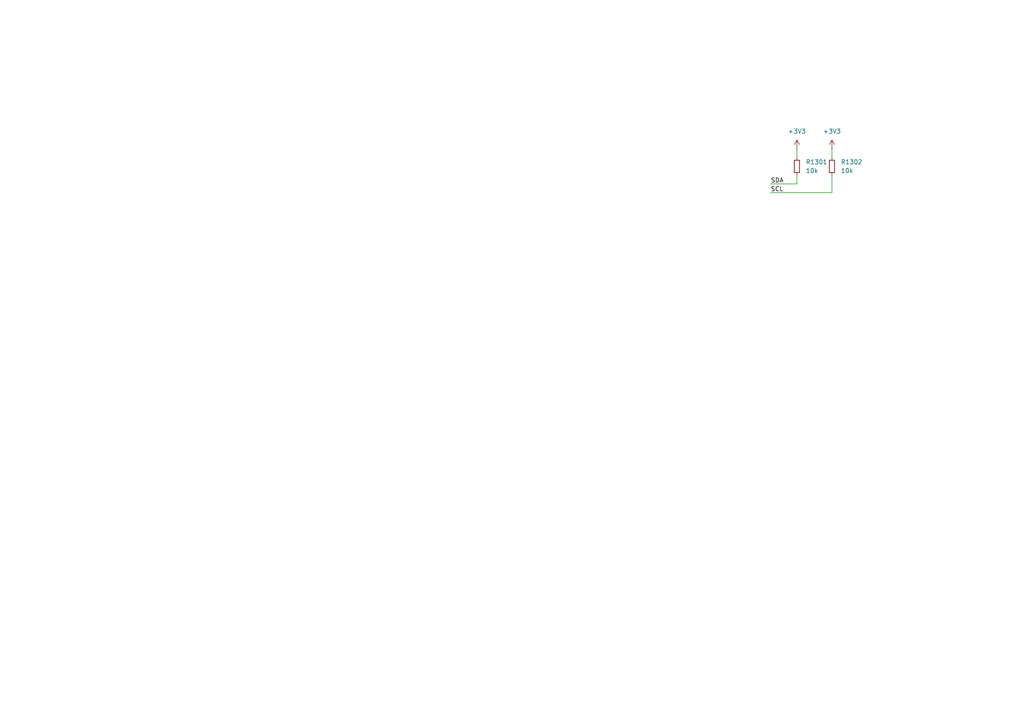
<source format=kicad_sch>
(kicad_sch (version 20231120) (generator "eeschema") (generator_version "8.0")
  (paper "A4")
  (lib_symbols
    (symbol "Device:R_Small" (pin_numbers hide) (pin_names (offset 0.254) hide)
      (property "Reference" "R" (at 0.762 0.508 0))
      (property "Value" "R_Small" (at 0.762 -1.016 0))
      (symbol "R_Small_0_1"
        (rectangle (start -0.762 1.778) (end 0.762 -1.778) (stroke (width 0.2032)))
      )
      (symbol "R_Small_1_1"
        (pin passive line (at 0 2.54 270) (length 0.762) (name "~") (number "1"))
        (pin passive line (at 0 -2.54 90) (length 0.762) (name "~") (number "2"))
      )
    )
    (symbol "power:+3V3" (power) (pin_numbers hide) (pin_names (offset 0) hide)
      (property "Value" "+3V3" (at 0 3.556 0))
      (symbol "+3V3_0_1"
        (polyline (pts (xy -0.762 1.27) (xy 0 2.54)))
        (polyline (pts (xy 0 0) (xy 0 2.54)))
        (polyline (pts (xy 0 2.54) (xy 0.762 1.27)))
      )
      (symbol "+3V3_1_1"
        (pin power_in line (at 0 0 90) (length 0) (name "~") (number "1"))
      )
    )
  )
  (wire (pts (xy 241.3 55.88) (xy 241.3 50.8)))
  (wire (pts (xy 231.14 43.18) (xy 231.14 45.72)))
  (wire (pts (xy 223.52 53.34) (xy 231.14 53.34)))
  (wire (pts (xy 223.52 55.88) (xy 241.3 55.88)))
  (wire (pts (xy 231.14 53.34) (xy 231.14 50.8)))
  (wire (pts (xy 241.3 43.18) (xy 241.3 45.72)))
  (label "SDA" (at 223.52 53.34 0))
  (label "SCL" (at 223.52 55.88 0))
  (symbol (lib_id "power:+3V3") (at 231.14 43.18 0) (unit 1)
    (property "Reference" "#PWR0801" (effects (hide yes)))
    (property "Value" "+3V3" (at 231.14 38.1 0))
    (property "Description" "Power symbol creates a global label with name \"+3V3\"" (effects (hide yes)))
    (instances (project "keyboard_v2" (path "" (reference "#PWR01301") (unit 1)) (path "" (reference "#PWR0801") (unit 1))))
  )
  (symbol (lib_id "power:+3V3") (at 241.3 43.18 0) (unit 1)
    (property "Reference" "#PWR0802" (effects (hide yes)))
    (property "Value" "+3V3" (at 241.3 38.1 0))
    (property "Description" "Power symbol creates a global label with name \"+3V3\"" (effects (hide yes)))
    (instances (project "keyboard_v2" (path "" (reference "#PWR01302") (unit 1)) (path "" (reference "#PWR0802") (unit 1))))
  )
  (symbol (lib_id "Device:R_Small") (at 231.14 48.26 0) (unit 1)
    (property "Reference" "R801" (at 233.68 46.9899 0) (effects (justify left)))
    (property "Value" "10k" (at 233.68 49.5299 0) (effects (justify left)))
    (property "Footprint" "Resistor_SMD:R_0402_1005Metric" (effects (hide yes)))
    (property "Description" "Resistor, small symbol" (effects (hide yes)))
    (instances (project "keyboard_v2" (path "" (reference "R1301") (unit 1)) (path "" (reference "R801") (unit 1))))
  )
  (symbol (lib_id "Device:R_Small") (at 241.3 48.26 0) (unit 1)
    (property "Reference" "R802" (at 243.84 46.9899 0) (effects (justify left)))
    (property "Value" "10k" (at 243.84 49.5299 0) (effects (justify left)))
    (property "Footprint" "Resistor_SMD:R_0402_1005Metric" (effects (hide yes)))
    (property "Description" "Resistor, small symbol" (effects (hide yes)))
    (instances (project "keyboard_v2" (path "" (reference "R1302") (unit 1)) (path "" (reference "R802") (unit 1))))
  )
)
</source>
